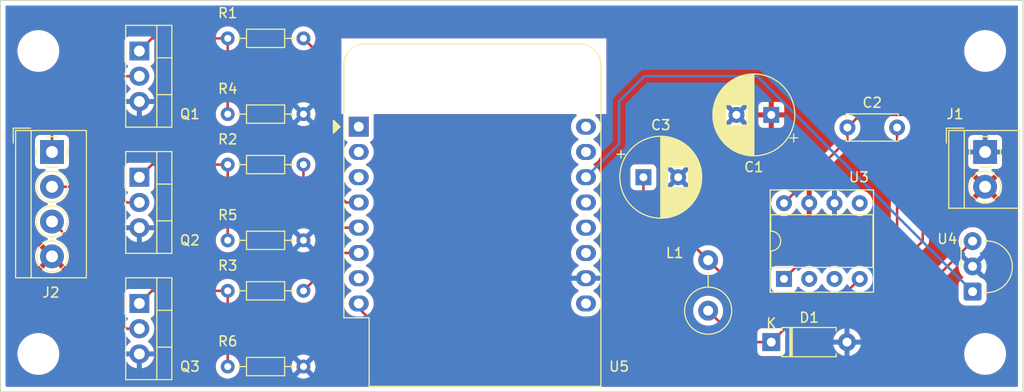
<source format=kicad_pcb>
(kicad_pcb (version 20211014) (generator pcbnew)
  (layers (0 "F.Cu" power) (31 "B.Cu" power) (34 "B.Paste" user) (35 "F.Paste" user) (36 "B.SilkS" user "B.Silkscreen") (37 "F.SilkS" user "F.Silkscreen") (38 "B.Mask" user) (39 "F.Mask" user) (44 "Edge.Cuts" user))
  (net 0 "")
  (net 1 "12VDC")
  (net 2 "GND")
  (net 3 "Net-(C2-Pad1)")
  (net 4 "Net-(C2-Pad2)")
  (net 5 "3V3DC")
  (net 6 "Net-(J2-Pad1)")
  (net 7 "Net-(J2-Pad2)")
  (net 8 "Net-(J2-Pad3)")
  (net 9 "Net-(Q1-Pad1)")
  (net 10 "Net-(Q2-Pad1)")
  (net 11 "Net-(Q3-Pad1)")
  (net 12 "Net-(R1-Pad1)")
  (net 13 "Net-(R2-Pad1)")
  (net 14 "Net-(R3-Pad1)")
  (net 18 "Net-(U4-Pad1)")
  (footprint "MountingHole:MountingHole_3.2mm_M3" (layer "F.Cu") (at 196.85 5.08)
    (fp_text reference "U2" (at 0 0) (layer "F.SilkS"))
    (fp_text value "MOUNTINGHOLE3.0THIN" hide)
    (pad "" np_thru_hole circle (at 0 0) (size 3.2 3.2) (drill 3.2) (layers *.Cu *.Mask))
  )
  (footprint "Package_TO_SOT_THT:TO-220-3_Vertical" (layer "F.Cu") (at 207.01 30.48 -90)
    (fp_text reference "Q3" (at 6.35 -5.08 180) (layer "F.SilkS"))
    (fp_text value "T2816")
    (pad "1" thru_hole rect (at 0 0 270) (size 1.905 2) (drill 1.1) (layers *.Cu *.Mask) (net 11 "Net-(Q3-Pad1)"))
    (pad "2" thru_hole oval (at 2.54 0 270) (size 1.905 2) (drill 1.1) (layers *.Cu *.Mask) (net 8 "Net-(J2-Pad3)"))
    (pad "3" thru_hole oval (at 5.08 0 270) (size 1.905 2) (drill 1.1) (layers *.Cu *.Mask) (net 2 "GND"))
  )
  (footprint "Resistor_THT:R_Axial_DIN0204_L3.6mm_D1.6mm_P7.62mm_Horizontal" (layer "F.Cu") (at 223.52 16.51 180)
    (fp_text reference "R2" (at 7.62 2.54) (layer "F.SilkS"))
    (fp_text value "330")
    (pad "1" thru_hole circle (at 0 0 180) (size 1.4 1.4) (drill 0.7) (layers *.Cu *.Mask) (net 13 "Net-(R2-Pad1)"))
    (pad "2" thru_hole oval (at 7.62 0 180) (size 1.4 1.4) (drill 0.7) (layers *.Cu *.Mask) (net 10 "Net-(Q2-Pad1)"))
  )
  (footprint "MountingHole:MountingHole_3.2mm_M3" (layer "F.Cu") (at 196.85 35.56)
    (fp_text reference "U1" (at 0 0) (layer "F.SilkS"))
    (fp_text value "MOUNTINGHOLE3.0THIN" hide)
    (pad "" np_thru_hole circle (at 0 0) (size 3.2 3.2) (drill 3.2) (layers *.Cu *.Mask))
  )
  (footprint "MountingHole:MountingHole_3.2mm_M3" (layer "F.Cu") (at 292.1 5.08)
    (fp_text reference "U7" (at 0 0) (layer "F.SilkS"))
    (fp_text value "MOUNTINGHOLE3.0THIN" hide)
    (pad "" np_thru_hole circle (at 0 0) (size 3.2 3.2) (drill 3.2) (layers *.Cu *.Mask))
  )
  (footprint "OptoDevice:Vishay_MINIMOLD-3Pin" (layer "F.Cu") (at 290.840302 29.29 90)
    (fp_text reference "U4" (at 5.3 -2.550302 180) (layer "F.SilkS"))
    (fp_text value "TSOP331xx" hide)
    (pad "1" thru_hole roundrect (at 0 0 90) (size 1.8 1.8) (drill 0.9) (layers *.Cu *.Mask) (roundrect_rratio 0.139) (net 18 "Net-(U4-Pad1)"))
    (pad "2" thru_hole circle (at 2.54 0 90) (size 1.8 1.8) (drill 0.9) (layers *.Cu *.Mask) (net 2 "GND"))
    (pad "3" thru_hole circle (at 5.08 0 90) (size 1.8 1.8) (drill 0.9) (layers *.Cu *.Mask) (net 5 "3V3DC"))
  )
  (footprint "MountingHole:MountingHole_3.2mm_M3" (layer "F.Cu") (at 292.1 35.56)
    (fp_text reference "U6" hide)
    (fp_text value "MOUNTINGHOLE3.0THIN" hide)
    (pad "" np_thru_hole circle (at 0 0) (size 3.2 3.2) (drill 3.2) (layers *.Cu *.Mask))
  )
  (footprint "TerminalBlock_4Ucon:TerminalBlock_4Ucon_1x02_P3.50mm_Horizontal" (layer "F.Cu") (at 292.1 15.24 -90)
    (fp_text reference "J1" (at -3.81 3.03 180) (layer "F.SilkS"))
    (fp_text value "Terminal PWR" hide)
    (pad "1" thru_hole rect (at 0 0 270) (size 2.4 2.4) (drill 1.2) (layers *.Cu *.Mask) (net 2 "GND"))
    (pad "2" thru_hole circle (at 3.5 0 270) (size 2.4 2.4) (drill 1.2) (layers *.Cu *.Mask) (net 1 "12VDC"))
  )
  (footprint "Resistor_THT:R_Axial_DIN0204_L3.6mm_D1.6mm_P7.62mm_Horizontal" (layer "F.Cu") (at 223.52 36.83 180)
    (fp_text reference "R6" (at 7.62 2.54) (layer "F.SilkS"))
    (fp_text value "10k")
    (pad "1" thru_hole circle (at 0 0 180) (size 1.4 1.4) (drill 0.7) (layers *.Cu *.Mask) (net 2 "GND"))
    (pad "2" thru_hole oval (at 7.62 0 180) (size 1.4 1.4) (drill 0.7) (layers *.Cu *.Mask) (net 11 "Net-(Q3-Pad1)"))
  )
  (footprint "Package_TO_SOT_THT:TO-220-3_Vertical" (layer "F.Cu") (at 207.01 17.78 -90)
    (fp_text reference "Q2" (at 6.35 -5.08 180) (layer "F.SilkS"))
    (fp_text value "T2816")
    (pad "1" thru_hole rect (at 0 0 270) (size 1.905 2) (drill 1.1) (layers *.Cu *.Mask) (net 10 "Net-(Q2-Pad1)"))
    (pad "2" thru_hole oval (at 2.54 0 270) (size 1.905 2) (drill 1.1) (layers *.Cu *.Mask) (net 7 "Net-(J2-Pad2)"))
    (pad "3" thru_hole oval (at 5.08 0 270) (size 1.905 2) (drill 1.1) (layers *.Cu *.Mask) (net 2 "GND"))
  )
  (footprint "Capacitor_THT:C_Disc_D5.0mm_W2.5mm_P5.00mm" (layer "F.Cu") (at 278.245 12.78)
    (fp_text reference "C2" (at 2.5 -2.5) (layer "F.SilkS"))
    (fp_text value "0.01uF" hide)
    (pad "1" thru_hole circle (at 0 0) (size 1.6 1.6) (drill 0.8) (layers *.Cu *.Mask) (net 3 "Net-(C2-Pad1)"))
    (pad "2" thru_hole circle (at 5 0) (size 1.6 1.6) (drill 0.8) (layers *.Cu *.Mask) (net 4 "Net-(C2-Pad2)"))
  )
  (footprint "Capacitor_THT:CP_Radial_D8.0mm_P3.50mm" (layer "F.Cu") (at 257.719698 17.78)
    (fp_text reference "C3" (at 1.75 -5.25) (layer "F.SilkS"))
    (fp_text value "100uF OSCON-SEP" hide)
    (pad "1" thru_hole rect (at 0 0) (size 1.6 1.6) (drill 0.8) (layers *.Cu *.Mask) (net 5 "3V3DC"))
    (pad "2" thru_hole circle (at 3.5 0) (size 1.6 1.6) (drill 0.8) (layers *.Cu *.Mask) (net 2 "GND"))
  )
  (footprint "Resistor_THT:R_Axial_DIN0204_L3.6mm_D1.6mm_P7.62mm_Horizontal" (layer "F.Cu") (at 223.52 11.43 180)
    (fp_text reference "R4" (at 7.62 2.54) (layer "F.SilkS"))
    (fp_text value "10k")
    (pad "1" thru_hole circle (at 0 0 180) (size 1.4 1.4) (drill 0.7) (layers *.Cu *.Mask) (net 2 "GND"))
    (pad "2" thru_hole oval (at 7.62 0 180) (size 1.4 1.4) (drill 0.7) (layers *.Cu *.Mask) (net 9 "Net-(Q1-Pad1)"))
  )
  (footprint "Diode_THT:D_A-405_P7.62mm_Horizontal" (layer "F.Cu") (at 270.585 34.37)
    (fp_text reference "D1" (at 3.81 -2.47) (layer "F.SilkS"))
    (fp_text value "11DQ05TA" hide)
    (fp_text user "K" (at 0 -1.9) (layer "F.SilkS"))
    (pad "1" thru_hole rect (at 0 0) (size 1.8 1.8) (drill 0.9) (layers *.Cu *.Mask) (net 3 "Net-(C2-Pad1)"))
    (pad "2" thru_hole oval (at 7.62 0) (size 1.8 1.8) (drill 0.9) (layers *.Cu *.Mask) (net 2 "GND"))
  )
  (footprint "Inductor_THT:L_Axial_L14.0mm_D4.5mm_P5.08mm_Vertical_Fastron_LACC" (layer "F.Cu") (at 264.235 31.205 90)
    (fp_text reference "L1" (at 5.805 -3.37 180) (layer "F.SilkS"))
    (fp_text value "68uH B78148E" hide)
    (pad "1" thru_hole circle (at 0 0 90) (size 2 2) (drill 1) (layers *.Cu *.Mask) (net 3 "Net-(C2-Pad1)"))
    (pad "2" thru_hole oval (at 5.08 0 90) (size 2 2) (drill 1) (layers *.Cu *.Mask) (net 5 "3V3DC"))
  )
  (footprint "Package_DIP:DIP-8_W7.62mm_Socket" (layer "F.Cu") (at 271.865 28.01 90)
    (fp_text reference "U3" (at 10.23 7.535 180) (layer "F.SilkS"))
    (fp_text value "LM2674N-3.3/NOPB" hide)
    (pad "1" thru_hole rect (at 0 0 90) (size 1.6 1.6) (drill 0.8) (layers *.Cu *.Mask) (net 4 "Net-(C2-Pad2)"))
    (pad "2" thru_hole oval (at 0 2.54 90) (size 1.6 1.6) (drill 0.8) (layers *.Cu *.Mask))
    (pad "3" thru_hole oval (at 0 5.08 90) (size 1.6 1.6) (drill 0.8) (layers *.Cu *.Mask))
    (pad "4" thru_hole oval (at 0 7.62 90) (size 1.6 1.6) (drill 0.8) (layers *.Cu *.Mask) (net 5 "3V3DC"))
    (pad "5" thru_hole oval (at 7.62 7.62 90) (size 1.6 1.6) (drill 0.8) (layers *.Cu *.Mask))
    (pad "6" thru_hole oval (at 7.62 5.08 90) (size 1.6 1.6) (drill 0.8) (layers *.Cu *.Mask) (net 2 "GND"))
    (pad "7" thru_hole oval (at 7.62 2.54 90) (size 1.6 1.6) (drill 0.8) (layers *.Cu *.Mask) (net 1 "12VDC"))
    (pad "8" thru_hole oval (at 7.62 0 90) (size 1.6 1.6) (drill 0.8) (layers *.Cu *.Mask) (net 3 "Net-(C2-Pad1)"))
  )
  (footprint "Capacitor_THT:CP_Radial_D8.0mm_P3.50mm" (layer "F.Cu") (at 270.585 11.51 180)
    (fp_text reference "C1" (at 1.75 -5.25) (layer "F.SilkS"))
    (fp_text value "100uF OSCON-SEP" hide)
    (pad "1" thru_hole rect (at 0 0 180) (size 1.6 1.6) (drill 0.8) (layers *.Cu *.Mask) (net 1 "12VDC"))
    (pad "2" thru_hole circle (at 3.5 0 180) (size 1.6 1.6) (drill 0.8) (layers *.Cu *.Mask) (net 2 "GND"))
  )
  (footprint "Resistor_THT:R_Axial_DIN0204_L3.6mm_D1.6mm_P7.62mm_Horizontal" (layer "F.Cu") (at 223.52 3.81 180)
    (fp_text reference "R1" (at 7.62 2.54) (layer "F.SilkS"))
    (fp_text value "330")
    (pad "1" thru_hole circle (at 0 0 180) (size 1.4 1.4) (drill 0.7) (layers *.Cu *.Mask) (net 12 "Net-(R1-Pad1)"))
    (pad "2" thru_hole oval (at 7.62 0 180) (size 1.4 1.4) (drill 0.7) (layers *.Cu *.Mask) (net 9 "Net-(Q1-Pad1)"))
  )
  (footprint "Resistor_THT:R_Axial_DIN0204_L3.6mm_D1.6mm_P7.62mm_Horizontal" (layer "F.Cu") (at 223.52 29.21 180)
    (fp_text reference "R3" (at 7.62 2.54) (layer "F.SilkS"))
    (fp_text value "330")
    (pad "1" thru_hole circle (at 0 0 180) (size 1.4 1.4) (drill 0.7) (layers *.Cu *.Mask) (net 14 "Net-(R3-Pad1)"))
    (pad "2" thru_hole oval (at 7.62 0 180) (size 1.4 1.4) (drill 0.7) (layers *.Cu *.Mask) (net 11 "Net-(Q3-Pad1)"))
  )
  (footprint "TerminalBlock_4Ucon:TerminalBlock_4Ucon_1x04_P3.50mm_Horizontal" (layer "F.Cu") (at 198.22 15.24 -90)
    (fp_text reference "J2" (at 14.14 0.1 180) (layer "F.SilkS"))
    (fp_text value "Screw_Terminal_01x04" hide)
    (pad "1" thru_hole rect (at 0 0 270) (size 2.4 2.4) (drill 1.2) (layers *.Cu *.Mask) (net 6 "Net-(J2-Pad1)"))
    (pad "2" thru_hole circle (at 3.5 0 270) (size 2.4 2.4) (drill 1.2) (layers *.Cu *.Mask) (net 7 "Net-(J2-Pad2)"))
    (pad "3" thru_hole circle (at 7 0 270) (size 2.4 2.4) (drill 1.2) (layers *.Cu *.Mask) (net 8 "Net-(J2-Pad3)"))
    (pad "4" thru_hole circle (at 10.5 0 270) (size 2.4 2.4) (drill 1.2) (layers *.Cu *.Mask) (net 1 "12VDC"))
  )
  (footprint "Module:WEMOS_D1_mini_light" (layer "F.Cu") (at 229.085 12.7)
    (fp_text reference "U5" (at 26.185 24.13) (layer "F.SilkS"))
    (fp_text value "WeMos_D1_mini")
    (pad "1" thru_hole rect (at 0 0) (size 2 2) (drill 1) (layers *.Cu *.Mask))
    (pad "2" thru_hole oval (at 0 2.54) (size 2 1.6) (drill 1) (layers *.Cu *.Mask))
    (pad "3" thru_hole oval (at 0 5.08) (size 2 1.6) (drill 1) (layers *.Cu *.Mask))
    (pad "4" thru_hole oval (at 0 7.62) (size 2 1.6) (drill 1) (layers *.Cu *.Mask) (net 12 "Net-(R1-Pad1)"))
    (pad "5" thru_hole oval (at 0 10.16) (size 2 1.6) (drill 1) (layers *.Cu *.Mask) (net 13 "Net-(R2-Pad1)"))
    (pad "6" thru_hole oval (at 0 12.7) (size 2 1.6) (drill 1) (layers *.Cu *.Mask) (net 14 "Net-(R3-Pad1)"))
    (pad "7" thru_hole oval (at 0 15.24) (size 2 1.6) (drill 1) (layers *.Cu *.Mask))
    (pad "8" thru_hole oval (at 0 17.78) (size 2 1.6) (drill 1) (layers *.Cu *.Mask) (net 5 "3V3DC"))
    (pad "9" thru_hole oval (at 22.86 17.78) (size 2 1.6) (drill 1) (layers *.Cu *.Mask))
    (pad "10" thru_hole oval (at 22.86 15.24) (size 2 1.6) (drill 1) (layers *.Cu *.Mask) (net 2 "GND"))
    (pad "11" thru_hole oval (at 22.86 12.7) (size 2 1.6) (drill 1) (layers *.Cu *.Mask))
    (pad "12" thru_hole oval (at 22.86 10.16) (size 2 1.6) (drill 1) (layers *.Cu *.Mask))
    (pad "13" thru_hole oval (at 22.86 7.62) (size 2 1.6) (drill 1) (layers *.Cu *.Mask))
    (pad "14" thru_hole oval (at 22.86 5.08) (size 2 1.6) (drill 1) (layers *.Cu *.Mask) (net 18 "Net-(U4-Pad1)"))
    (pad "15" thru_hole oval (at 22.86 2.54) (size 2 1.6) (drill 1) (layers *.Cu *.Mask))
    (pad "16" thru_hole oval (at 22.86 0) (size 2 1.6) (drill 1) (layers *.Cu *.Mask))
  )
  (footprint "Package_TO_SOT_THT:TO-220-3_Vertical" (layer "F.Cu") (at 207.01 5.08 -90)
    (fp_text reference "Q1" (at 6.35 -5.08 180) (layer "F.SilkS"))
    (fp_text value "T2816")
    (pad "1" thru_hole rect (at 0 0 270) (size 1.905 2) (drill 1.1) (layers *.Cu *.Mask) (net 9 "Net-(Q1-Pad1)"))
    (pad "2" thru_hole oval (at 2.54 0 270) (size 1.905 2) (drill 1.1) (layers *.Cu *.Mask) (net 6 "Net-(J2-Pad1)"))
    (pad "3" thru_hole oval (at 5.08 0 270) (size 1.905 2) (drill 1.1) (layers *.Cu *.Mask) (net 2 "GND"))
  )
  (footprint "Resistor_THT:R_Axial_DIN0204_L3.6mm_D1.6mm_P7.62mm_Horizontal" (layer "F.Cu") (at 223.52 24.13 180)
    (fp_text reference "R5" (at 7.62 2.54) (layer "F.SilkS"))
    (fp_text value "10k")
    (pad "1" thru_hole circle (at 0 0 180) (size 1.4 1.4) (drill 0.7) (layers *.Cu *.Mask) (net 2 "GND"))
    (pad "2" thru_hole oval (at 7.62 0 180) (size 1.4 1.4) (drill 0.7) (layers *.Cu *.Mask) (net 10 "Net-(Q2-Pad1)"))
  )
  (gr_rect (start 193.04 0) (end 295.91 39.37) (layer "Edge.Cuts") (width 0.1) (fill none))
  (segment (start 278.245 14.01) (end 271.865 20.39) (width 0.25) (layer "F.Cu") (net 3))
  (segment (start 278.245 12.78) (end 279.515 11.51) (width 0.25) (layer "F.Cu") (net 3))
  (segment (start 278.205 31.83) (end 273.13 31.83) (width 0.25) (layer "F.Cu") (net 3))
  (segment (start 270.59 34.37) (end 270.585 34.37) (width 0.25) (layer "F.Cu") (net 3))
  (segment (start 279.515 11.51) (end 284.555 11.51) (width 0.25) (layer "F.Cu") (net 3))
  (segment (start 264.235 31.205) (end 267.4 34.37) (width 0.25) (layer "F.Cu") (net 3))
  (segment (start 283.285 26.75) (end 278.205 31.83) (width 0.25) (layer "F.Cu") (net 3))
  (segment (start 284.555 11.51) (end 285.825 12.78) (width 0.25) (layer "F.Cu") (net 3))
  (segment (start 267.4 34.37) (end 270.585 34.37) (width 0.25) (layer "F.Cu") (net 3))
  (segment (start 283.285 26.745) (end 285.825 24.205) (width 0.25) (layer "F.Cu") (net 3))
  (segment (start 278.245 12.78) (end 278.245 14.01) (width 0.25) (layer "F.Cu") (net 3))
  (segment (start 283.285 26.75) (end 283.285 26.745) (width 0.25) (layer "F.Cu") (net 3))
  (segment (start 273.13 31.83) (end 270.59 34.37) (width 0.25) (layer "F.Cu") (net 3))
  (segment (start 285.825 12.78) (end 285.825 24.205) (width 0.25) (layer "F.Cu") (net 3))
  (segment (start 283.245 12.78) (end 283.245 24.17) (width 0.25) (layer "F.Cu") (net 4))
  (segment (start 283.245 24.17) (end 281.935 25.48) (width 0.25) (layer "F.Cu") (net 4))
  (segment (start 274.395 25.48) (end 271.865 28.01) (width 0.25) (layer "F.Cu") (net 4))
  (segment (start 281.935 25.48) (end 274.395 25.48) (width 0.25) (layer "F.Cu") (net 4))
  (segment (start 252.73 34.29) (end 232.41 34.29) (width 0.25) (layer "F.Cu") (net 5))
  (segment (start 278.220302 36.83) (end 265.094396 36.83) (width 0.25) (layer "F.Cu") (net 5))
  (segment (start 268.59 30.48) (end 264.235 26.125) (width 0.25) (layer "F.Cu") (net 5))
  (segment (start 257.719698 17.78) (end 257.719698 29.455302) (width 0.25) (layer "F.Cu") (net 5))
  (segment (start 257.719698 29.455302) (end 257.564698 29.455302) (width 0.25) (layer "F.Cu") (net 5))
  (segment (start 265.094396 36.83) (end 257.719698 29.455302) (width 0.25) (layer "F.Cu") (net 5))
  (segment (start 257.564698 29.455302) (end 252.73 34.29) (width 0.25) (layer "F.Cu") (net 5))
  (segment (start 277.015 30.48) (end 268.59 30.48) (width 0.25) (layer "F.Cu") (net 5))
  (segment (start 232.41 34.29) (end 229.085 30.965) (width 0.25) (layer "F.Cu") (net 5))
  (segment (start 290.840302 24.21) (end 278.220302 36.83) (width 0.25) (layer "F.Cu") (net 5))
  (segment (start 229.085 30.965) (end 229.085 30.48) (width 0.25) (layer "F.Cu") (net 5))
  (segment (start 257.719698 19.609698) (end 264.235 26.125) (width 0.25) (layer "F.Cu") (net 5))
  (segment (start 279.485 28.01) (end 277.015 30.48) (width 0.25) (layer "F.Cu") (net 5))
  (segment (start 200.66 7.62) (end 207.01 7.62) (width 0.25) (layer "F.Cu") (net 6))
  (segment (start 198.22 15.24) (end 198.22 10.06) (width 0.25) (layer "F.Cu") (net 6))
  (segment (start 198.22 10.06) (end 200.66 7.62) (width 0.25) (layer "F.Cu") (net 6))
  (segment (start 207.01 20.32) (end 205.74 20.32) (width 0.25) (layer "F.Cu") (net 7))
  (segment (start 205.74 20.32) (end 204.16 18.74) (width 0.25) (layer "F.Cu") (net 7))
  (segment (start 204.16 18.74) (end 198.22 18.74) (width 0.25) (layer "F.Cu") (net 7))
  (segment (start 201.93 26.67) (end 201.93 25.95) (width 0.25) (layer "F.Cu") (net 8))
  (segment (start 205.74 33.02) (end 201.93 29.21) (width 0.25) (layer "F.Cu") (net 8))
  (segment (start 201.93 29.21) (end 201.93 26.67) (width 0.25) (layer "F.Cu") (net 8))
  (segment (start 207.01 33.02) (end 205.74 33.02) (width 0.25) (layer "F.Cu") (net 8))
  (segment (start 201.93 25.95) (end 198.22 22.24) (width 0.25) (layer "F.Cu") (net 8))
  (segment (start 215.9 3.81) (end 215.9 11.43) (width 0.25) (layer "F.Cu") (net 9))
  (segment (start 208.28 3.81) (end 207.01 5.08) (width 0.25) (layer "F.Cu") (net 9))
  (segment (start 215.9 3.81) (end 208.28 3.81) (width 0.25) (layer "F.Cu") (net 9))
  (segment (start 208.28 16.51) (end 207.01 17.78) (width 0.25) (layer "F.Cu") (net 10))
  (segment (start 215.9 16.51) (end 215.9 24.13) (width 0.25) (layer "F.Cu") (net 10))
  (segment (start 215.9 16.51) (end 208.28 16.51) (width 0.25) (layer "F.Cu") (net 10))
  (segment (start 208.28 29.21) (end 207.01 30.48) (width 0.25) (layer "F.Cu") (net 11))
  (segment (start 215.9 29.21) (end 215.9 36.83) (width 0.25) (layer "F.Cu") (net 11))
  (segment (start 215.9 29.21) (end 208.28 29.21) (width 0.25) (layer "F.Cu") (net 11))
  (segment (start 226.06 18.565) (end 226.06 6.35) (width 0.25) (layer "F.Cu") (net 12))
  (segment (start 227.815 20.32) (end 226.06 18.565) (width 0.25) (layer "F.Cu") (net 12))
  (segment (start 226.06 6.35) (end 223.52 3.81) (width 0.25) (layer "F.Cu") (net 12))
  (segment (start 229.085 20.32) (end 227.815 20.32) (width 0.25) (layer "F.Cu") (net 12))
  (segment (start 223.52 20.32) (end 223.52 16.51) (width 0.25) (layer "F.Cu") (net 13))
  (segment (start 226.06 22.86) (end 223.52 20.32) (width 0.25) (layer "F.Cu") (net 13))
  (segment (start 229.085 22.86) (end 226.06 22.86) (width 0.25) (layer "F.Cu") (net 13))
  (segment (start 229.085 25.4) (end 227.33 25.4) (width 0.25) (layer "F.Cu") (net 14))
  (segment (start 227.33 25.4) (end 223.52 29.21) (width 0.25) (layer "F.Cu") (net 14))
  (segment (start 257.81 7.62) (end 255.27 10.16) (width 0.25) (layer "B.Cu") (net 18))
  (segment (start 269.170302 7.62) (end 257.81 7.62) (width 0.25) (layer "B.Cu") (net 18))
  (segment (start 255.27 14.455) (end 251.945 17.78) (width 0.25) (layer "B.Cu") (net 18))
  (segment (start 290.840302 29.29) (end 269.170302 7.62) (width 0.25) (layer "B.Cu") (net 18))
  (segment (start 255.27 10.16) (end 255.27 14.455) (width 0.25) (layer "B.Cu") (net 18))
  (zone (net 1) (net_name "12VDC") (layer "F.Cu") (connect_pads (clearance 0.508)) (min_thickness 0.254) (fill yes (thermal_gap 0.508) (thermal_bridge_width 0.508))
    (polygon (pts (xy 295.91 39.37) (xy 193.04 39.37) (xy 193.04 0) (xy 295.91 0)))
  )
  (zone (net 0) (net_name "") (layers F&B.Cu) (connect_pads (clearance 0)) (min_thickness 0.254)
    (keepout (tracks not_allowed) (vias not_allowed) (pads not_allowed) (copperpour not_allowed) (footprints allowed))
    (fill (thermal_gap 0.508) (thermal_bridge_width 0.508))
    (polygon (pts (xy 254 11.43) (xy 227.33 11.43) (xy 227.33 3.81) (xy 254 3.81)))
  )
  (zone (net 0) (net_name "") (layers F&B.Cu) (connect_pads (clearance 0)) (min_thickness 0.254)
    (keepout (tracks not_allowed) (vias not_allowed) (pads not_allowed) (copperpour not_allowed) (footprints allowed))
    (fill (thermal_gap 0.508) (thermal_bridge_width 0.508))
    (polygon (pts (xy 254 11.43) (xy 227.33 11.43) (xy 227.33 3.81) (xy 254 3.81)))
  )
  (zone (net 2) (net_name "GND") (layer "B.Cu") (connect_pads (clearance 0.508)) (min_thickness 0.254) (fill yes (thermal_gap 0.508) (thermal_bridge_width 0.508))
    (polygon (pts (xy 295.91 39.37) (xy 193.04 39.37) (xy 193.04 0) (xy 295.91 0)))
  )
)
</source>
